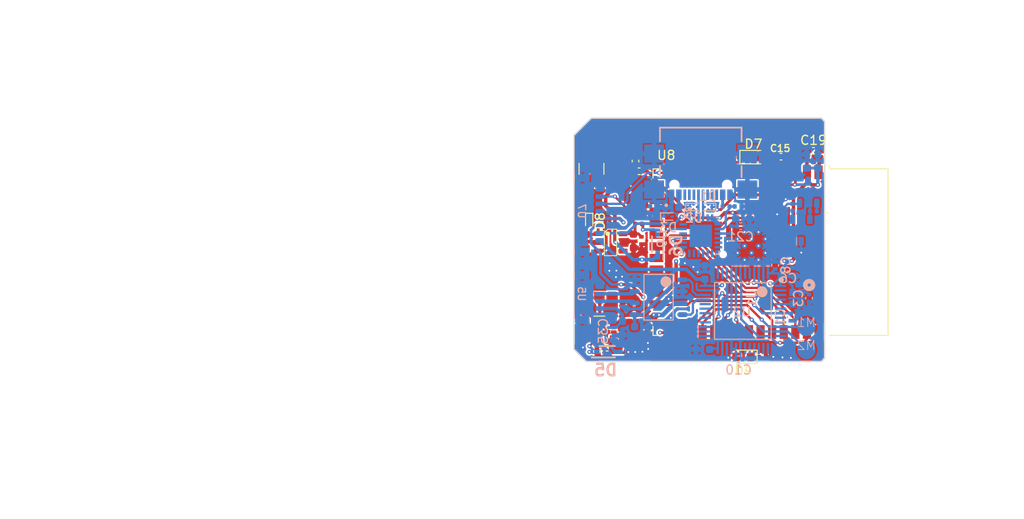
<source format=kicad_pcb>
(kicad_pcb (version 20221018) (generator pcbnew)
  (layers (0 "F.Cu" signal) (1 "In1.Cu" signal) (2 "In2.Cu" signal) (31 "B.Cu" signal) (34 "B.Paste" user) (35 "F.Paste" user) (36 "B.SilkS" user "B.Silkscreen") (37 "F.SilkS" user "F.Silkscreen") (38 "B.Mask" user) (39 "F.Mask" user) (44 "Edge.Cuts" user))
  (net 0 "")
  (net 1 "+3V3")
  (net 2 "GND")
  (net 3 "/ESP32/EN")
  (net 4 "Net-(Q1-B)")
  (net 5 "/ESP32/RTS")
  (net 6 "Net-(Q2-B)")
  (net 7 "/ESP32/DTR")
  (net 8 "/ESP32/IO0")
  (net 9 "/ESP32/CP210x_VBUS")
  (net 10 "/ESP32/TMS")
  (net 11 "/ESP32/TDI")
  (net 12 "/NRST")
  (net 13 "/+5V0")
  (net 14 "/ESP32/TCK")
  (net 15 "/ESP32/TDO")
  (net 16 "/VDD_MIXED")
  (net 17 "Net-(D7-K)")
  (net 18 "/LED")
  (net 19 "/BOOT")
  (net 22 "Net-(J1-CC1)")
  (net 23 "/D+")
  (net 24 "/D-")
  (net 25 "/ESP32/CP210x_TX")
  (net 26 "/ESP32/CP210x_RX")
  (net 27 "/VUSB")
  (net 28 "/UART2_TX")
  (net 29 "/VBAT")
  (net 30 "/UART2_RX")
  (net 31 "/SS")
  (net 32 "/SPI1_SCK")
  (net 33 "/SPI1_MISO")
  (net 34 "/SPI1_MOSI")
  (net 35 "/COS")
  (net 36 "/SIN")
  (net 37 "/ISENSE_A")
  (net 38 "/ISENSE_B")
  (net 39 "/ISENSE_C")
  (net 40 "/ENABLE")
  (net 41 "/FDCAN1_RX")
  (net 42 "/FDCAN1_TX")
  (net 43 "/SWDIO")
  (net 44 "/SWCLK")
  (net 45 "/UART1_TX")
  (net 46 "/UART1_RX")
  (net 47 "/CANL")
  (net 48 "/CANH")
  (net 49 "Net-(U11-VAUX)")
  (net 50 "Net-(U10-VAUX)")
  (net 51 "Net-(U11-L1)")
  (net 52 "Net-(D4-K)")
  (net 53 "Net-(U10-L1)")
  (net 54 "Net-(U10-L2)")
  (net 55 "Net-(U9-~{RST})")
  (net 56 "Net-(U10-PG)")
  (net 57 "Net-(U1-OUTPUT)")
  (net 104 "/PSU_TPS63070RNMR/FB")
  (net 105 "Net-(U11-L2)")
  (net 106 "/PSU_TPS63070RNMR1/FB")
  (net 107 "Net-(U11-PG)")
  (net 108 "Net-(D7-A)")
  (footprint "robot-cortex:R_0402_1005Metric" (layer "F.Cu") (at 207.7 93.99 180)
    (fp_text reference "R17" hide)
    (fp_text value "470" hide)
  )
  (footprint "robot-cortex:LED_0603_1608Metric" (layer "F.Cu") (at 208.6075 115.87 180)
    (fp_text reference "D4")
    (fp_text value "C84264")
  )
  (footprint "robot-cortex:C_0603_1608Metric" (layer "F.Cu") (at 195.06 97.48)
    (fp_text reference "C25" hide)
    (fp_text value "C386081" hide)
  )
  (footprint "robot-cortex:C_0603_1608Metric" (layer "F.Cu") (at 190.6 113.16 -90)
    (fp_text reference "C22" hide)
    (fp_text value "C386081" hide)
  )
  (footprint "robot-cortex:C_0402_1005Metric" (layer "F.Cu") (at 216.26 93.3)
    (fp_text reference "C19")
    (fp_text value "100nF")
  )
  (footprint "robot-cortex:C_0603_1608Metric" (layer "F.Cu") (at 216.21 94.14)
    (fp_text reference "C16" hide)
    (fp_text value "4.7uF" hide)
  )
  (footprint "robot-cortex:C_0603_1608Metric" (layer "F.Cu") (at 191.36 103.215 -90)
    (fp_text reference "C11" hide)
    (fp_text value "C2998534" hide)
  )
  (footprint "robot-cortex:L_1210_3225Metric" (layer "F.Cu") (at 191.95 95.27 90)
    (fp_text reference "L2" hide)
    (fp_text value "1277AS-H-1R0M=P2")
  )
  (footprint "robot-cortex:VQFN-TPS63070" (layer "F.Cu") (at 192.86 112.885 90)
    (fp_text reference "U11" hide)
    (fp_text value "TPS63070")
  )
  (footprint "robot-cortex:C_0402_1005Metric" (layer "F.Cu") (at 193.66 114.87)
    (fp_text reference "C23" hide)
    (fp_text value "100nF")
  )
  (footprint "robot-cortex:SOT-23-5" (layer "F.Cu") (at 194.03 103.335)
    (fp_text reference "U6" hide)
    (fp_text value "SPX3819M5-L-5-0" hide)
  )
  (footprint "robot-cortex:R_0402_1005Metric" (layer "F.Cu") (at 197.1 101.3 180)
    (fp_text reference "R16" hide)
    (fp_text value "0" hide)
  )
  (footprint "robot-cortex:R_0402_1005Metric" (layer "F.Cu") (at 195.11 113.25 -90)
    (fp_text reference "R13" hide)
    (fp_text value "680k" hide)
  )
  (footprint "robot-cortex:C_0603_1608Metric" (layer "F.Cu") (at 196.09 111.34 90)
    (fp_text reference "C32" hide)
    (fp_text value "C2998534" hide)
  )
  (footprint "robot-cortex:VQFN-TPS63070" (layer "F.Cu") (at 194.785 95.22 180)
    (fp_text reference "U10" hide)
    (fp_text value "TPS63070")
  )
  (footprint "robot-cortex:C_0402_1005Metric" (layer "F.Cu") (at 197.42 103.125 -90)
    (fp_text reference "C14" hide)
    (fp_text value "100nF")
  )
  (footprint "robot-cortex:D_SOD-923" (layer "F.Cu") (at 191.7 101 -90)
    (fp_text reference "D8")
    (fp_text value "ESD9B3.3ST5G")
  )
  (footprint "robot-cortex:C_0402_1005Metric" (layer "F.Cu") (at 196.77 94.42 90)
    (fp_text reference "C26" hide)
    (fp_text value "100nF")
  )
  (footprint "robot-cortex:C_0603_1608Metric" (layer "F.Cu") (at 196.08 113.8 -90)
    (fp_text reference "C33" hide)
    (fp_text value "C2998534" hide)
  )
  (footprint "robot-cortex:L_1210_3225Metric" (layer "F.Cu") (at 192.81 110.05)
    (fp_text reference "L1" hide)
    (fp_text value "1277AS-H-1R0M=P2")
  )
  (footprint "robot-cortex:C_0402_1005Metric" (layer "F.Cu") (at 193.08 101.41)
    (fp_text reference "C12" hide)
    (fp_text value "100nF")
  )
  (footprint "robot-cortex:R_0402_1005Metric" (layer "F.Cu") (at 214.18 93.94)
    (fp_text reference "R4" hide)
    (fp_text value "10k" hide)
  )
  (footprint "robot-cortex:C_0402_1005Metric" (layer "F.Cu") (at 197.17 95.54 180)
    (fp_text reference "R12" hide)
    (fp_text value "100k")
  )
  (footprint "robot-cortex:R_0402_1005Metric" (layer "F.Cu") (at 195.11 114.58 -90)
    (fp_text reference "R14" hide)
    (fp_text value "130k" hide)
  )
  (footprint "robot-cortex:ESP32-WROOM-32" (layer "F.Cu") (at 208.57 104.4 -90)
    (fp_text reference "U8")
    (fp_text value "ESP32-WROOM-32E-H4")
  )
  (footprint "robot-cortex:C_0603_1608Metric" (layer "F.Cu") (at 195.7 92)
    (fp_text reference "C30" hide)
    (fp_text value "C2998534" hide)
  )
  (footprint "robot-cortex:R_0402_1005Metric" (layer "F.Cu") (at 195.125 92.965)
    (fp_text reference "R10" hide)
    (fp_text value "470k" hide)
  )
  (footprint "robot-cortex:C_0603_1608Metric" (layer "F.Cu") (at 195.7 90.92)
    (fp_text reference "C28" hide)
    (fp_text value "C2998534" hide)
  )
  (footprint "robot-cortex:R_0402_1005Metric" (layer "F.Cu") (at 196.465 92.975)
    (fp_text reference "R11" hide)
    (fp_text value "150k" hide)
  )
  (footprint "robot-cortex:C_0603_1608Metric" (layer "F.Cu") (at 193.24 91.99 180)
    (fp_text reference "C29" hide)
    (fp_text value "C2998534" hide)
  )
  (footprint "robot-cortex:C_0603_1608Metric" (layer "F.Cu") (at 196.55 103.175 -90)
    (fp_text reference "C13" hide)
    (fp_text value "C2998534" hide)
  )
  (footprint "robot-cortex:LED_0603_1608Metric" (layer "F.Cu") (at 209.69 93.99)
    (fp_text reference "D7")
    (fp_text value "C84264")
  )
  (footprint "robot-cortex:C_0603_1608Metric" (layer "F.Cu") (at 197.16 111.34 90)
    (fp_text reference "C24" hide)
    (fp_text value "C2998534" hide)
  )
  (footprint "robot-cortex:C_0402_1005Metric" (layer "F.Cu") (at 212.71 93.94 180)
    (fp_text reference "C15")
    (fp_text value "100nF")
  )
  (footprint "robot-cortex:DF52-3S-0.8H(21)" (layer "F.Cu") (at 204.29 93.13 180)
    (fp_text reference "U4" hide)
    (fp_text value "DF52-3S-0.8H(21)" hide)
  )
  (footprint "robot-cortex:C_0402_1005Metric" (layer "F.Cu") (at 192.54 115.27 90)
    (fp_text reference "R15" hide)
    (fp_text value "100k")
  )
  (footprint "robot-cortex:R_0402_1005Metric" (layer "F.Cu") (at 210.6775 115.89294)
    (fp_text reference "R3" hide)
    (fp_text value "470" hide)
  )
  (footprint "robot-cortex:C_0603_1608Metric" (layer "F.Cu") (at 197.16 113.8 -90)
    (fp_text reference "C31" hide)
    (fp_text value "C2998534" hide)
  )
  (footprint "robot-cortex:C_0603_1608Metric" (layer "F.Cu") (at 193.24 90.92 180)
    (fp_text reference "C27" hide)
    (fp_text value "C2998534" hide)
  )
  (footprint "robot-cortex:TEARDROP" (layer "B.Cu") (at 215.49 115.114762 180)
    (fp_text reference "M2")
    (fp_text value "THRU_HOLE_PAD")
  )
  (footprint "robot-cortex:R_0402_1005Metric" (layer "B.Cu") (at 206.69 99.395 180)
    (fp_text reference "R7" hide)
    (fp_text value "22k" hide)
  )
  (footprint "robot-cortex:QFN50P400X400X80-25N" (layer "B.Cu") (at 203.92 102.61 -90)
    (fp_text reference "U9")
    (fp_text value "CP2102N-A02-GQFN24R")
  )
  (footprint "robot-cortex:C_0402_1005Metric" (layer "B.Cu") (at 208.29 101.555)
    (fp_text reference "C21")
    (fp_text value "100nF")
  )
  (footprint "robot-cortex:C_0402_1005Metric" (layer "B.Cu") (at 215.78 109.444762 -90)
    (fp_text reference "C3")
    (fp_text value "100nF")
  )
  (footprint "robot-cortex:C_0402_1005Metric" (layer "B.Cu") (at 208.06 116.134762)
    (fp_text reference "C10")
    (fp_text value "100nF")
  )
  (footprint "robot-cortex:D_SOD-923" (layer "B.Cu") (at 203.1425 99.455)
    (fp_text reference "D2")
    (fp_text value "ESD9B3.3ST5G")
  )
  (footprint "robot-cortex:C_0603_1608Metric" (layer "B.Cu") (at 216.73 94.43 90)
    (fp_text reference "C18" hide)
    (fp_text value "4.7uF" hide)
  )
  (footprint "robot-cortex:SOIC8-TLE5009" (layer "B.Cu") (at 199.3 109.34 180)
    (fp_text reference "U3" hide)
    (fp_text value "TLE9250XSJXUMA1")
  )
  (footprint "robot-cortex:C_0603_1608Metric" (layer "B.Cu") (at 197.42 112.57)
    (fp_text reference "C9" hide)
    (fp_text value "C2998534" hide)
  )
  (footprint "robot-cortex:R_0402_1005Metric" (layer "B.Cu") (at 198.36 99.745 90)
    (fp_text reference "R1" hide)
    (fp_text value "5.1k" hide)
  )
  (footprint "robot-cortex:LQFP48-STM32" (layer "B.Cu") (at 208.53 110.84 180)
    (fp_text reference "U2")
    (fp_text value "STM32G431CBT6")
  )
  (footprint "robot-cortex:DF52-4S-0.8H(21)" (layer "B.Cu") (at 192.86 109.37 90)
    (fp_text reference "U5")
    (fp_text value "DF52-4S-0.8H(21)" hide)
  )
  (footprint "robot-cortex:R_0402_1005Metric" (layer "B.Cu") (at 208.01 99.395 180)
    (fp_text reference "R8" hide)
    (fp_text value "47.5k" hide)
  )
  (footprint "robot-cortex:GCT_USB4110GFA" (layer "B.Cu") (at 203.92 97.0375)
    (fp_text reference "J1")
    (fp_text value "USB4110GFA")
  )
  (footprint "robot-cortex:SOD2512X110N" (layer "B.Cu") (at 193.67 115.31)
    (fp_text reference "D5")
    (fp_text value "NSR0530HT1G" hide)
  )
  (footprint "robot-cortex:C_0603_1608Metric" (layer "B.Cu") (at 215.52 94.44 90)
    (fp_text reference "C17" hide)
    (fp_text value "4.7uF" hide)
  )
  (footprint "robot-cortex:SOT-23-3" (layer "B.Cu") (at 214.92 102.01 -90)
    (fp_text reference "Q2" hide)
    (fp_text value "SS8050-G" hide)
  )
  (footprint "robot-cortex:SOT-23-3" (layer "B.Cu") (at 215.69 97.83 90)
    (fp_text reference "Q1" hide)
    (fp_text value "SS8050-G" hide)
  )
  (footprint "robot-cortex:C_0402_1005Metric" (layer "B.Cu") (at 213.78 111.514762 -90)
    (fp_text reference "C1")
    (fp_text value "100nF")
  )
  (footprint "robot-cortex:TEARDROP" (layer "B.Cu") (at 215.49 112.594762 180)
    (fp_text reference "M1")
    (fp_text value "THRU_HOLE_PAD")
  )
  (footprint "robot-cortex:R_0402_1005Metric" (layer "B.Cu") (at 213.97 99.48 -90)
    (fp_text reference "R5" hide)
    (fp_text value "10k" hide)
  )
  (footprint "robot-cortex:C_0402_1005Metric" (layer "B.Cu") (at 212.07 105.85 90)
    (fp_text reference "C8")
    (fp_text value "100nF")
  )
  (footprint "robot-cortex:C_0603_1608Metric" (layer "B.Cu") (at 200.77 99.475 180)
    (fp_text reference "C4" hide)
    (fp_text value "4.7uF" hide)
  )
  (footprint "robot-cortex:D_SOD-923" (layer "B.Cu") (at 204.7125 99.455 180)
    (fp_text reference "D1")
    (fp_text value "ESD9B3.3ST5G")
  )
  (footprint "robot-cortex:C_0402_1005Metric" (layer "B.Cu") (at 194.4 113.06 -90)
    (fp_text reference "C35")
    (fp_text value "100nF")
  )
  (footprint "robot-cortex:R_0402_1005Metric" (layer "B.Cu") (at 207.27 101.93 90)
    (fp_text reference "R9" hide)
    (fp_text value "1k" hide)
  )
  (footprint "robot-cortex:C_0603_1608Metric" (layer "B.Cu") (at 208.5 100.74)
    (fp_text reference "C20" hide)
    (fp_text value "4.7uF" hide)
  )
  (footprint "robot-cortex:C_0402_1005Metric" (layer "B.Cu") (at 213.5 106.114762)
    (fp_text reference "C6")
    (fp_text value "100nF")
  )
  (footprint "robot-cortex:ECS-1633-480-BN-TR" (layer "B.Cu") (at 214.47 109.444762 -90)
    (fp_text reference "U1")
    (fp_text value "C2901617")
  )
  (footprint "robot-cortex:C_0603_1608Metric" (layer "B.Cu") (at 204.14 115.05 180)
    (fp_text reference "C7" hide)
    (fp_text value "C2998534" hide)
  )
  (footprint "robot-cortex:C_0603_1608Metric" (layer "B.Cu") (at 213.49 107.035)
    (fp_text reference "C2" hide)
    (fp_text value "C2998534" hide)
  )
  (footprint "robot-cortex:D_SOD-923" (layer "B.Cu") (at 200.37 100.5)
    (fp_text reference "D3")
    (fp_text value "ESD9B3.3ST5G")
  )
  (footprint "robot-cortex:DF52-8S-0.8H(21)" (layer "B.Cu") (at 192.88 100.31 90)
    (fp_text reference "U7")
    (fp_text value "DF52-5S-0.8H(21)" hide)
  )
  (footprint "robot-cortex:SOD2512X110N" (layer "B.Cu") (at 199.2 103.51 90)
    (fp_text reference "D6")
    (fp_text value "NSR0530HT1G" hide)
  )
  (footprint "robot-cortex:C_0603_1608Metric" (layer "B.Cu") (at 204.37 106.6 90)
    (fp_text reference "C5" hide)
    (fp_text value "C2998534" hide)
  )
  (footprint "robot-cortex:R_0402_1005Metric" (layer "B.Cu") (at 216.26 99.91)
    (fp_text reference "R6" hide)
    (fp_text value "10k" hide)
  )
  (footprint "robot-cortex:C_0603_1608Metric" (layer "B.Cu") (at 195.33 112.72 -90)
    (fp_text reference "C34" hide)
    (fp_text value "C2998534" hide)
  )
  (gr_line (start 191.91 89.7) (end 190.02 91.59) (stroke (width 0.1)) (layer "Edge.Cuts"))
  (gr_line (start 217.16 116.39) (end 217.5 116) (stroke (width 0.1)) (layer "Edge.Cuts"))
  (gr_line (start 217.16 89.7) (end 191.91 89.7) (stroke (width 0.1)) (layer "Edge.Cuts"))
  (gr_line (start 191.36 116.39) (end 217.16 116.39) (stroke (width 0.1)) (layer "Edge.Cuts"))
  (gr_line (start 190.02 115.05) (end 191.36 116.39) (stroke (width 0.1)) (layer "Edge.Cuts"))
  (gr_line (start 217.16 89.7) (end 217.5 90.1) (stroke (width 0.1)) (layer "Edge.Cuts"))
  (gr_line (start 190.02 91.59) (end 190.02 115.05) (stroke (width 0.1)) (layer "Edge.Cuts"))
  (gr_line (start 217.5 90.1) (end 217.5 116) (stroke (width 0.1)) (layer "Edge.Cuts"))
  (segment (start 215.55 95.65) (end 215.55 94.23) (width 0.381) (layer "F.Cu") (net 1))
  (segment (start 214.08 105.19) (end 213.9 105.37) (width 0.381) (layer "F.Cu") (net 1))
  (segment (start 216.05 97.03) (end 215.55 96.53) (width 0.381) (layer "F.Cu") (net 1))
  (segment (start 215.055 97.295) (end 214.43 97.92) (width 0.381) (layer "F.Cu") (net 1))
  (segment (start 214.555 93.94) (end 215.26 93.94) (width 0.3048) (layer "F.Cu") (net 1))
  (segment (start 198.07 95.54) (end 203.17 100.64) (width 0.3048) (layer "F.Cu") (net 1))
  (segment (start 215.55 94.23) (end 215.46 94.14) (width 0.381) (layer "F.Cu") (net 1))
  (segment (start 197.57 95.54) (end 198.07 95.54) (width 0.3048) (layer "F.Cu") (net 1))
  (segment (start 203.17 100.64) (end 206 100.64) (width 0.3048) (layer "F.Cu") (net 1))
  (segment (start 215.26 93.94) (end 215.46 94.14) (width 0.3048) (layer "F.Cu") (net 1))
  (segment (start 213.08 105.37) (end 213.9 105.37) (width 0.381) (layer "F.Cu") (net 1))
  (segment (start 207.93 100.0785) (end 207.410803 100.0785) (width 0.381) (layer "F.Cu") (net 1))
  (segment (start 215.55 95.65) (end 215.55 96.8) (width 0.381) (layer "F.Cu") (net 1))
  (segment (start 215.46 94.14) (end 215.46 93.7) (width 0.3048) (layer "F.Cu") (net 1))
  (segment (start 215.46 93.7) (end 215.86 93.3) (width 0.3048) (layer "F.Cu") (net 1))
  (segment (start 214.08 98.27) (end 214.08 105.19) (width 0.381) (layer "F.Cu") (net 1))
  (segment (start 216.75 97.03) (end 216.05 97.03) (width 0.381) (layer "F.Cu") (net 1))
  (segment (start 215.55 96.53) (end 215.55 95.65) (width 0.381) (layer "F.Cu") (net 1))
  (segment (start 208.41 100.0785) (end 207.93 100.0785) (width 0.381) (layer "F.Cu") (net 1))
  (segment (start 212.93 97.92) (end 210.7715 100.0785) (width 0.381) (layer "F.Cu") (net 1))
  (segment (start 215.55 96.8) (end 214.08 98.27) (width 0.381) (layer "F.Cu") (net 1))
  (segment (start 207.93 100.0785) (end 206.5615 100.0785) (width 0.381) (layer "F.Cu") (net 1))
  (segment (start 206.5615 100.0785) (end 206 100.64) (width 0.381) (layer "F.Cu") (net 1))
  (segment (start 214.43 97.92) (end 212.93 97.92) (width 0.381) (layer "F.Cu") (net 1))
  (segment (start 210.7715 100.0785) (end 208.41 100.0785) (width 0.381) (layer "F.Cu") (net 1))
  (via (at 206 100.64) (size 0.45) (drill 0.2) (layers "F.Cu" "B.Cu") (net 1))
  (via (at 206.26 108.02) (size 0.45) (drill 0.2) (layers "F.Cu" "B.Cu") (net 1))
  (via (at 216.75 97.03) (size 0.45) (drill 0.2) (layers "F.Cu" "B.Cu") (net 1))
  (via (at 207.410803 100.0785) (size 0.45) (drill 0.2) (layers "F.Cu" "B.Cu") (net 1))
  (via (at 213.08 105.37) (size 0.45) (drill 0.2) (layers "F.Cu" "B.Cu") (net 1))
  (via (at 213.9 105.37) (size 0.45) (drill 0.2) (layers "F.Cu" "B.Cu") (net 1))
  (via (at 211.53 107.84) (size 0.45) (drill 0.2) (layers "F.Cu" "B.Cu") (net 1))
  (segment (start 201.77 106.28) (end 202.35 106.28) (width 0.381) (layer "B.Cu") (net 1))
  (segment (start 207.27 101.555) (end 207.89 101.555) (width 0.254) (layer "B.Cu") (net 1))
  (segment (start 200.62 108.2) (end 200.62 106.91) (width 0.381) (layer "B.Cu") (net 1))
  (segment (start 212.655 107.12) (end 212.74 107.035) (width 0.254) (layer "B.Cu") (net 1))
  (segment (start 203.42 107.35) (end 204.37 107.35) (width 0.381) (layer "B.Cu") (net 1))
  (segment (start 214.97 108.794762) (end 215.53 108.794762) (width 0.254) (layer "B.Cu") (net 1))
  (segment (start 204.67 100.675) (end 205.17 100.675) (width 0.254) (layer "B.Cu") (net 1))
  (segment (start 207.28 113.9) (end 207.15 113.77) (width 0.254) (layer "B.Cu") (net 1))
  (segment (start 207.89 100.88) (end 207.75 100.74) (width 0.254) (layer "B.Cu") (net 1))
  (segment (start 205.17 100.675) (end 205.965 100.675) (width 0.254) (layer "B.Cu") (net 1))
  (segment (start 202.35 106.28) (end 203.42 107.35) (width 0.381) (layer "B.Cu") (net 1))
  (segment (start 205.78 113.9) (end 205.78 114.965) (width 0.254) (layer "B.Cu") (net 1))
  (segment (start 212.42 106.715) (end 212.74 107.035) (width 0.254) (layer "B.Cu") (net 1))
  (segment (start 196.675 112.565) (end 196.675 111.245) (width 0.381) (layer "B.Cu") (net 1))
  (segment (start 216.75 95.2) (end 216.73 95.18) (width 0.381) (layer "B.Cu") (net 1))
  (segment (start 212.855 107.035) (end 212.74 107.035) (width 0.254) (layer "B.Cu") (net 1))
  (segment (start 207.28 114.965) (end 207.28 113.9) (width 0.254) (layer "B.Cu") (net 1))
  (segment (start 205.17 100.675) (end 205.855 101.36) (width 0.254) (layer "B.Cu") (net 1))
  (segment (start 211.53 107.84) (end 211.935 107.84) (width 0.254) (layer "B.Cu") (net 1))
  (segment (start 205.91 113.77) (end 205.78 113.9) (width 0.254) (layer "B.Cu") (net 1))
  (segment (start 204.405 107.385) (end 204.37 107.35) (width 0.254) (layer "B.Cu") (net 1))
  (segment (start 207.28 114.965) (end 207.78 114.965) (width 0.254) (layer "B.Cu") (net 1))
  (segment (start 204.975 114.965) (end 204.89 115.05) (width 0.254) (layer "B.Cu") (net 1))
  (segment (start 207.78 114.965) (end 207.78 116.014762) (width 0.254) (layer "B.Cu") (net 1))
  (segment (start 204.405 108.09) (end 206.19 108.09) (width 0.254) (layer "B.Cu") (net 1))
  (segment (start 196.67 112.57) (end 196.675 112.565) (width 0.381) (layer "B.Cu") (net 1))
  (segment (start 197.575 111.245) (end 200.62 108.2) (width 0.381) (layer "B.Cu") (net 1))
  (segment (start 216.75 97.03) (end 216.75 95.2) (width 0.381) (layer "B.Cu") (net 1))
  (segment (start 213.97 108.794762) (end 214.97 108.794762) (width 0.254) (layer "B.Cu") (net 1))
  (segment (start 207.78 116.014762) (end 207.66 116.134762) (width 0.254) (layer "B.Cu") (net 1))
  (segment (start 196.675 111.245) (end 197.575 111.245) (width 0.381) (layer "B.Cu") (net 1))
  (segment (start 213.97 108.794762) (end 213.97 108.15) (width 0.254) (layer "B.Cu") (net 1))
  (segment (start 205.965 100.675) (end 206 100.64) (width 0.254) (layer "B.Cu") (net 1))
  (segment (start 207.410803 100.0785) (end 207.75 100.417697) (width 0.254) (layer "B.Cu") (net 1))
  (segment (start 207.75 100.417697) (end 207.75 100.74) (width 0.254) (layer "B.Cu") (net 1))
  (segment (start 196.05 106.28) (end 192.88 103.11) (width 0.381) (layer "B.Cu") (net 1))
  (segment (start 200.62 106.91) (end 201.25 106.28) (width 0.381) (layer "B.Cu") (net 1))
  (segment (start 206.19 108.09) (end 206.26 108.02) (width 0.254) (layer "B.Cu") (net 1))
  (segment (start 211.28 106.715) (end 212.42 106.715) (width 0.254) (layer "B.Cu") (net 1))
  (segment (start 211.28 106.715) (end 211.605 106.715) (width 0.254) (layer "B.Cu") (net 1))
  (segment (start 212.74 106.287156) (end 212.74 107.035) (width 0.381) (layer "B.Cu") (net 1))
  (segment (start 211.605 106.715) (end 212.07 106.25) (width 0.254) (layer "B.Cu") (net 1))
  (segment (start 216.72 95.19) (end 216.73 95.18) (width 0.3048) (layer "B.Cu") (net 1))
  (segment (start 215.53 108.794762) (end 215.78 109.044762) (width 0.254) (layer "B.Cu") (net 1))
  (segment (start 213.97 108.15) (end 212.855 107.035) (width 0.254) (layer "B.Cu") (net 1))
  (segment (start 205.78 114.965) (end 204.975 114.965) (width 0.254) (layer "B.Cu") (net 1))
  (segment (start 212.74 107.035) (end 212.74 106.474762) (width 0.254) (layer "B.Cu") (net 1))
  (segment (start 201.25 106.28) (end 201.77 106.28) (width 0.381) (layer "B.Cu") (net 1))
  (segment (start 207.89 101.555) (end 207.89 100.88) (width 0.254) (layer "B.Cu") (net 1))
  (segment (start 213.657156 105.37) (end 212.74 106.287156) (width 0.381) (layer "B.Cu") (net 1))
  (segment (start 204.405 108.09) (end 204.405 107.385) (width 0.254) (layer "B.Cu") (net 1))
  (segment (start 201.77 106.28) (end 196.05 106.28) (width 0.381) (layer "B.Cu") (net 1))
  (segment (start 212.655 108.09) (end 212.655 107.12) (width 0.254) (layer "B.Cu") (net 1))
  (segment (start 212.74 106.474762) (end 213.1 106.114762) (width 0.254) (layer "B.Cu") (net 1))
  (segment (start 213.9 105.37) (end 213.08 105.37) (width 0.381) (layer "B.Cu") (net 1))
  (segment (start 211.935 107.84) (end 212.74 107.035) (width 0.254) (layer "B.Cu") (net 1))
  (segment (start 207.15 113.77) (end 205.91 113.77) (width 0.254) (layer "B.Cu") (net 1))
  (segment (start 215.52 95.19) (end 216.72 95.19) (width 0.3048) (layer "B.Cu") (net 1))
  (segment (start 213.9 105.37) (end 213.657156 105.37) (width 0.381) (layer "B.Cu") (net 1))
  (via (at 200.84 109.13) (size 0.45) (drill 0.2) (layers "F.Cu" "B.Cu") (net 2))
  (via (at 195.99 115.34) (size 0.45) (drill 0.2) (layers "F.Cu" "B.Cu") (net 2))
  (via (at 203.11 106.02) (size 0.45) (drill 0.2) (layers "F.Cu" "B.Cu") (net 2))
  (via (at 193.91 106.44) (size 0.45) (drill 0.2) (layers "F.Cu" "B.Cu") (net 2))
  (via (at 194.68 106.42) (size 0.45) (drill 0.2) (layers "F.Cu" "B.Cu") (net 2))
  (via (at 198.13 114.35) (size 0.45) (drill 0.2) (layers "F.Cu" "B.Cu") (net 2))
  (via (at 200.4 109.52) (size 0.45) (drill 0.2) (layers "F.Cu" "B.Cu") (net 2))
  (via (at 193.94 105.62) (size 0.45) (drill 0.2) (layers "F.Cu" "B.Cu") (net 2))
  (via (at 198.16 115) (size 0.45) (drill 0.2) (layers "F.Cu" "B.Cu") (net 2))
  (via (at 203.58 106.58) (size 0.45) (drill 0.2) (layers "F.Cu" "B.Cu") (net 2))
  (via (at 202.18 105.61) (size 0.45) (drill 0.2) (layers "F.Cu" "B.Cu") (net 2))
  (via (at 194.63 107.13) (size 0.45) (drill 0.2) (layers "F.Cu" "B.Cu") (net 2))
  (via (at 211.87 115.87) (size 0.45) (drill 0.2) (layers "F.Cu" "B.Cu") (net 2))
  (via (at 197.53 115.31) (size 0.45) (drill 0.2) (layers "F.Cu" "B.Cu") (net 2))
  (via (at 213.79 115.98) (size 0.45) (drill 0.2) (layers "F.Cu" "B.Cu") (net 2))
  (via (at 212.87 115.93) (size 0.45) (drill 0.2) (layers "F.Cu" "B.Cu") (net 2))
  (via (at 196.74 115.34) (size 0.45) (drill 0.2) (layers "F.Cu" "B.Cu") (net 2))
  (via (at 195.3 107.08) (size 0.45) (drill 0.2) (layers "F.Cu" "B.Cu") (net 2))
  (via (at 191.02 114.84) (size 0.45) (drill 0.2) (layers "F.Cu" "B.Cu") (net 2))
  (segment (start 203.17 100.675) (end 203.17 101.86) (width 0.254) (layer "B.Cu") (net 2))
  (segment (start 203.17 101.86) (end 203.92 102.61) (width 0.254) (layer "B.Cu") (net 2))
  (segment (start 208.264081 115.938843) (end 208.46 116.134762) (width 0.254) (layer "B.Cu") (net 2))
  (segment (start 208.264081 114.965) (end 208.264081 115.938843) (width 0.254) (layer "B.Cu") (net 2))
  (segment (start 207.73 98.12) (end 211.5 98.12) (width 0.3048) (layer "F.Cu") (net 3))
  (segment (start 211.5 98.12) (end 212.61 97.01) (width 0.3048) (layer "F.Cu") (net 3))
  (segment (start 213.805 94.19) (end 214.28 94.665) (width 0.3048) (layer "F.Cu") (net 3))
  (segment (start 206.104674 99.745326) (end 207.73 98.12) (width 0.3048) (layer "F.Cu") (net 3))
  (segment (start 212.61 97.01) (end 214.22 97.01) (width 0.3048) (layer "F.Cu") (net 3))
  (segment (start 214.28 96.95) (end 214.22 97.01) (width 0.3048) (layer "F.Cu") (net 3))
  (segment (start 213.11 93.94) (end 213.805 93.94) (width 0.3048) (layer "F.Cu") (net 3))
  (segment (start 213.805 93.94) (end 213.805 94.19) (width 0.3048) (layer "F.Cu") (net 3))
  (segment (start 205.709491 99.745326) (end 206.104674 99.745326) (width 0.3048) (layer "F.Cu") (net 3))
  (segment (start 214.28 95.65) (end 214.28 96.95) (width 0.3048) (layer "F.Cu") (net 3))
  (segment (start 214.28 94.665) (end 214.28 95.65) (width 0.3048) (layer "F.Cu") (net 3))
  (via (at 214.22 97.01) (size 0.45) (drill 0.2) (layers "F.Cu" "B.Cu") (net 3))
  (via (at 205.709491 99.745326) (size 0.45) (drill 0.2) (layers "F.Cu" "B.Cu") (net 3))
  (via (at 201.82 100.51) (size 0.45) (drill 0.2) (layers "F.Cu" "B.Cu") (net 3))
  (segment (start 201.0312 101.27) (end 196.9 101.27) (width 0.3048) (layer "B.Cu") (net 3))
  (segment (start 215.31 97.01) (end 215.69 96.63) (width 0.3048) (layer "B.Cu") (net 3))
  (segment (start 201.7912 100.51) (end 201.0312 101.27) (width 0.3048) (layer "B.Cu") (net 3))
  (segment (start 195.86 102.31) (end 192.88 102.31) (width 0.3048) (layer "B.Cu") (net 3))
  (segment (start 214.22 97.01) (end 215.31 97.01) (width 0.3048) (layer "B.Cu") (net 3))
  (segment (start 196.9 101.27) (end 195.86 102.31) (width 0.3048) (layer "B.Cu") (net 3))
  (segment (start 201.82 100.51) (end 201.7912 100.51) (width 0.3048) (layer "B.Cu") (net 3))
  (segment (start 216.635 99.035) (end 216.64 99.03) (width 0.254) (layer "B.Cu") (net 4))
  (segment (start 216.635 99.91) (end 216.635 99.035) (width 0.254) (layer "B.Cu") (net 4))
  (segment (start 212.293944 100.253944) (end 211.387888 101.16) (width 0.254) (layer "F.Cu") (net 5))
  (segment (start 206.84 101.69755) (end 206.84 103.2) (width 0.254) (layer "F.Cu") (net 5))
  (segment (start 207.37755 101.16) (end 206.84 101.69755) (width 0.254) (layer "F.Cu") (net 5))
  (segment (start 211.387888 101.16) (end 207.37755 101.16) (width 0.254) (layer "F.Cu") (net 5))
  (via (at 206.84 103.2) (size 0.45) (drill 0.2) (layers "F.Cu" "B.Cu") (net 5))
  (via (at 201.82 104.63) (size 0.45) (drill 0.2) (layers "F.Cu" "B.Cu") (net 5))
  (via (at 212.293944 100.253944) (size 0.45) (drill 0.2) (layers "F.Cu" "B.Cu") (net 5))
  (segment (start 212.293944 100.253944) (end 213.442888 99.105) (width 0.254) (layer "B.Cu") (net 5))
  (segment (start 201.985 103.86) (end 201.985 104.465) (width 0.254) (layer "B.Cu") (net 5))
  (segment (start 213.97 99.105) (end 214.665 99.105) (width 0.254) (layer "B.Cu") (net 5))
  (segment (start 214.665 99.105) (end 214.74 99.03) (width 0.254) (layer "B.Cu") (net 5))
  (segment (start 213.442888 99.105) (end 213.97 99.105) (width 0.254) (layer "B.Cu") (net 5))
  (segment (start 201.985 104.465) (end 201.82 104.63) (width 0.254) (layer "B.Cu") (net 5))
  (segment (start 213.97 99.855) (end 213.97 100.81) (width 0.254) (layer "B.Cu") (net 6))
  (segment (start 200.587034 101.58) (end 206.06 101.58) (width 0.254) (layer "F.Cu") (net 7))
  (segment (start 206.98 100.66) (end 211.107948 100.66) (width 0.254) (layer "F.Cu") (net 7))
  (segment (start 213.169535 98.598413) (end 213.224891 98.598413) (width 0.254) (layer "F.Cu") (net 7))
  (segment (start 200.320134 101.8469) (end 200.587034 101.58) (width 0.254) (layer "F.Cu") (net 7))
  (segment (start 206.06 101.58) (end 206.98 100.66) (width 0.254) (layer "F.Cu") (net 7))
  (segment (start 211.107948 100.66) (end 213.169535 98.598413) (width 0.254) (layer "F.Cu") (net 7))
  (via (at 213.224891 98.598413) (size 0.45) (drill 0.2) (layers "F.Cu" "B.Cu") (net 7))
  (via (at 200.320134 101.8469) (size 0.45) (drill 0.2) (layers "F.Cu" "B.Cu") (net 7))
  (segment (start 215.885 99.91) (end 215.885 100.795) (width 0.254) (layer "B.Cu") (net 7))
  (segment (start 213.903304 97.92) (end 215.13 97.92) (width 0.254) (layer "B.Cu") (net 7))
  (segment (start 215.885 100.795) (end 215.87 100.81) (width 0.254) (layer "B.Cu") (net 7))
  (segment (start 215.13 97.92) (end 215.885 98.675) (width 0.254) (layer "B.Cu") (net 7))
  (segment (start 215.885 98.675) (end 215.885 99.91) (width 0.254) (layer "B.Cu") (net 7))
  (segment (start 213.224891 98.598413) (end 213.903304 97.92) (width 0.254) (layer "B.Cu") (net 7))
  (segment (start 200.333234 101.86) (end 201.985 101.86) (width 0.254) (layer "B.Cu") (net 7))
  (segment (start 200.320134 101.8469) (end 200.333234 101.86) (width 0.254) (layer "B.Cu") (net 7))
  (segment (start 200.24 113.22) (end 200.31 113.15) (width 0.3048) (layer "F.Cu") (net 8))
  (segment (start 214.03 106.44) (end 214.93 105.54) (width 0.254) (layer "F.Cu") (net 8))
  (segment (start 214.93 105.54) (end 214.93 104.45) (width 0.254) (layer "F.Cu") (net 8))
  (segment (start 196.24 107.94) (end 197.62 109.32) (width 0.3048) (layer "F.Cu") (net 8))
  (segment (start 200.31 113.15) (end 200.31 111.92) (width 0.3048) (layer "F.Cu") (net 8))
  (segment (start 200.31 111.92) (end 200.64 111.59) (width 0.3048) (layer "F.Cu") (net 8))
  (segment (start 209.66 106.44) (end 214.03 106.44) (width 0.254) (layer "F.Cu") (net 8))
  (segment (start 209.020419 107.730823) (end 209.020419 107.079581) (width 0.254) (layer "F.Cu") (net 8))
  (segment (start 209.020419 107.079581) (end 209.66 106.44) (width 0.254) (layer "F.Cu") (net 8))
  (segment (start 199.46 113.22) (end 200.24 113.22) (width 0.3048) (layer "F.Cu") (net 8))
  (segment (start 195.2 107.94) (end 196.24 107.94) (width 0.3048) (layer "F.Cu") (net 8))
  (via (at 199.46 113.22) (size 0.45) (drill 0.2) (layers "F.Cu" "B.Cu") (net 8))
  (via (at 195.2 107.94) (size 0.45) (drill 0.2) (layers "F.Cu" "B.Cu") (net 8))
  (via (at 197.62 109.32) (size 0.45) (drill 0.2) (layers "F.Cu" "B.Cu") (net 8))
  (via (at 214.93 104.45) (size 0.45) (drill 0.2) (layers "F.Cu" "B.Cu") (net 8))
  (via (at 200.64 111.59) (size 0.45) (drill 0.2) (layers "F.Cu" "B.Cu") (net 8))
  (via (at 209.020419 107.730823) (size 0.45) (drill 0.2) (layers "F.Cu" "B.Cu") (net 8))
  (segment (start 191.9 103.44) (end 192.95 104.49) (width 0.3048) (layer "B.Cu") (net 8))
  (segment (start 214.92 104.44) (end 214.93 104.45) (width 0.254) (layer "B.Cu") (net 8))
  (segment (start 192.37 101.51) (end 191.9 101.98) (width 0.3048) (layer "B.Cu") (net 8))
  (segment (start 192.95 104.49) (end 192.95 106.74) (width 0.3048) (layer "B.Cu") (net 8))
  (segment (start 194.15 107.94) (end 195.2 107.94) (width 0.3048) (layer "B.Cu") (net 8))
  (segment (start 192.88 101.51) (end 192.37 101.51) (width 0.3048) (layer "B.Cu") (net 8))
  (segment (start 214.92 103.21) (end 214.92 104.44) (width 0.254) (layer "B.Cu") (net 8))
  (segment (start 192.95 106.74) (end 194.15 107.94) (width 0.3048) (layer "B.Cu") (net 8))
  (segment (start 191.9 101.98) (end 191.9 103.44) (width 0.3048) (layer "B.Cu") (net 8))
  (segment (start 206.66 101.562878) (end 206.66 100.05) (width 0.254) (layer "B.Cu") (net 9))
  (segment (start 205.855 101.86) (end 206.362878 101.86) (width 0.254) (layer "B.Cu") (net 9))
  (segment (start 207.635 99.395) (end 207.065 99.395) (width 0.254) (layer "B.Cu") (net 9))
  (segment (start 207.065 99.645) (end 207.065 99.395) (width 0.254) (layer "B.Cu") (net 9))
  (segment (start 206.66 100.05) (end 207.065 99.645) (width 0.254) (layer "B.Cu") (net 9))
  (segment (start 206.362878 101.86) (end 206.66 101.562878) (width 0.254) (layer "B.Cu") (net 9))
  (segment (start 199.34 95.71) (end 200.25 95.71) (width 0.254) (layer "F.Cu") (net 11))
  (segment (start 200.25 95.71) (end 200.31 95.65) (width 0.254) (layer "F.Cu") (net 11))
  (via (at 199.34 95.71) (size 0.45) (drill 0.2) (layers "F.Cu" "B.Cu") (net 11))
  (segment (start 198.08505 95.71) (end 199.34 95.71) (width 0.254) (layer "B.Cu") (net 11))
  (segment (start 192.88 99.11) (end 195.5 99.11) (width 0.254) (layer "B.Cu") (net 11))
  (segment (start 195.5 99.11) (end 195.88 98.73) (width 0.254) (layer "B.Cu") (net 11))
  (segment (start 195.88 97.91505) (end 198.08505 95.71) (width 0.254) (layer "B.Cu") (net 11))
  (segment (start 195.88 98.73) (end 195.88 97.91505) (width 0.254) (layer "B.Cu") (net 11))
  (segment (start 199.11 110.17) (end 199.06 110.12) (width 0.254) (layer "F.Cu") (net 12))
  (segment (start 202.47 110.17) (end 199.11 110.17) (width 0.254) (layer "F.Cu") (net 12))
  (segment (start 209.32594 109.746) (end 202.894 109.746) (width 0.254) (layer "F.Cu") (net 12))
  (segment (start 202.894 109.746) (end 202.47 110.17) (width 0.254) (layer "F.Cu") (net 12))
  (segment (start 209.78497 110.20503) (end 209.32594 109.746) (width 0.254) (layer "F.Cu") (net 12))
  (via (at 209.78497 110.20503) (size 0.45) (drill 0.2) (layers "F.Cu" "B.Cu") (net 12))
  (segment (start 213.755238 111.09) (end 213.78 111.114762) (width 0.254) (layer "B.Cu") (net 12))
  (segment (start 212.655 111.09) (end 210.66994 111.09) (width 0.254) (layer "B.Cu") (net 12))
  (segment (start 212.655 111.09) (end 213.755238 111.09) (width 0.254) (layer "B.Cu") (net 12))
  (segment (start 210.66994 111.09) (end 209.78497 110.20503) (width 0.254) (layer "B.Cu") (net 12))
  (segment (start 212.655 111.09) (end 211.49 111.09) (width 0.254) (layer "B.Cu") (net 12))
  (segment (start 193.06 115.91) (end 195.743433 115.91) (width 0.3048) (layer "F.Cu") (net 13))
  (segment (start 197.08 102.385) (end 197.42 102.725) (width 0.3048) (layer "F.Cu") (net 13))
  (segment (start 195.743433 115.91) (end 195.750833 115.9174) (width 0.3048) (layer "F.Cu") (net 13))
  (segment (start 197.94 112.09) (end 198.77 111.26) (width 0.508) (layer "F.Cu") (net 13))
  (segment (start 195.750833 115.9174) (end 198.0626 115.9174) (width 0.3048) (layer "F.Cu") (net 13))
  (segment (start 192.82 115.67) (end 193.06 115.91) (width 0.3048) (layer "F.Cu") (net 13))
  (segment (start 198.0626 115.9174) (end 198.8 115.18) (width 0.3048) (layer "F.Cu") (net 13))
  (segment (start 196.725 102.25) (end 196.55 102.425) (width 0.3048) (layer "F.Cu") (net 13))
  (segment (start 198.8 115.18) (end 198.8 111.82) (width 0.3048) (layer "F.Cu") (net 13))
  (segment (start 196.725 101.3) (end 196.725 102.25) (width 0.3048) (layer "F.Cu") (net 13))
  (segment (start 198.8 111.82) (end 199.35 111.27) (width 0.3048) (layer "F.Cu") (net 13))
  (segment (start 197.16 112.09) (end 197.94 112.09) (width 0.508) (layer "F.Cu") (net 13))
  (segment (start 199.34 111.26) (end 199.35 111.27) (width 0.508) (layer "F.Cu") (net 13))
  (segment (start 195.405 102.385) (end 197.08 102.385) (width 0.3048) (layer "F.Cu") (net 13))
  (segment (start 192.54 115.67) (end 192.82 115.67) (width 0.3048) (layer "F.Cu") (net 13))
  (segment (start 198.77 111.26) (end 199.34 111.26) (width 0.508) (layer "F.Cu") (net 13))
  (via (at 199.35 111.27) (size 0.45) (drill 0.2) (layers "F.Cu" "B.Cu") (net 13))
  (via (at 198.77 111.26) (size 0.45) (drill 0.2) (layers "F.Cu" "B.Cu") (net 13))
  (segment (start 201.925 109.975) (end 201.065 109.975) (width 0.508) (layer "B.Cu") (net 13))
  (segment (start 199.76 111.28) (end 198.78 111.28) (width 0.508) (layer "B.Cu") (net 13))
  (segment (start 201.065 109.975) (end 199.76 111.28) (width 0.508) (layer "B.Cu") (net 13))
  (segment (start 194.51 98.31) (end 196.16 99.96) (width 0.254) (layer "F.Cu") (net 14))
  (segment (start 196.16 99.96) (end 199.06 99.96) (width 0.254) (layer "F.Cu") (net 14))
  (via (at 194.51 98.31) (size 0.45) (drill 0.2) (layers "F.Cu" "B.Cu") (net 14))
  (segment (start 194.51 98.31) (end 192.88 98.31) (width 0.254) (layer "B.Cu") (net 14))
  (segment (start 201.22 107.71) (end 200.08 108.85) (width 0.381) (layer "F.Cu") (net 15))
  (segment (start 200.08 108.85) (end 199.06 108.85) (width 0.381) (layer "F.Cu") (net 15))
  (segment (start 201.22 105.4) (end 201.22 107.71) (width 0.381) (layer "F.Cu") (net 15))
  (via (at 195.46 101.13) (size 0.45) (drill 0.2) (layers "F.Cu" "B.Cu") (net 15))
  (via (at 201.22 105.4) (size 0.45) (drill 0.2) (layers "F.Cu" "B.Cu") (net 15))
  (segment (start 195.04 100.71) (end 195.46 101.13) (width 0.381) (layer "B.Cu") (net 15))
  (segment (start 192.88 100.71) (end 195.04 100.71) (width 0.381) (layer "B.Cu") (net 15))
  (segment (start 194.58 103.31) (end 194.5145 103.2445) (width 0.381) (layer "F.Cu") (net 16))
  (segment (start 192.11 114.31) (end 191.72 114.7) (width 0.254) (layer "F.Cu") (net 16))
  (segment (start 195.035 96.62) (end 194.035 96.62) (width 0.254) (layer "F.Cu") (net 16))
  (segment (start 195.935 95.97) (end 195.334164 95.97) (width 0.254) (layer "F.Cu") (net 16))
  (segment (start 193.51 98.28) (end 194.31 97.48) (width 0.381) (layer "F.Cu") (net 16))
  (segment (start 194.5145 100.3445) (end 193.51 99.34) (width 0.381) (layer "F.Cu") (net 16))
  (segment (start 192.11 114.035) (end 192.11 114.31) (width 0.254) (layer "F.Cu") (net 16))
  (segment (start 191.46 113.135) (end 191.46 112.135) (width 0.254) (layer "F.Cu") (net 16))
  (segment (start 195.035 96.269164) (end 195.035 96.62) (width 0.254) (layer "F.Cu") (net 16))
  (segment (start 192.11 114.035) (end 192.11 113.434164) (width 0.254) (layer "F.Cu") (net 16))
  (segment (start 192.11 113.434164) (end 191.810836 113.135) (width 0.254) (layer "F.Cu") (net 16))
  (segment (start 194.5145 103.2445) (end 194.5145 100.3445) (width 0.381) (layer "F.Cu") (net 16))
  (segment (start 191.810836 113.135) (end 191.46 113.135) (width 0.254) (layer "F.Cu") (net 16))
  (segment (start 195.334164 95.97) (end 195.035 96.269164) (width 0.254) (layer "F.Cu") (net 16))
  (segment (start 193.51 99.34) (end 193.51 98.28) (width 0.381) (layer "F.Cu") (net 16))
  (via (at 197.48 105.21) (size 0.45) (drill 0.2) (layers "F.Cu" "B.Cu") (net 16))
  (via (at 194.58 103.31) (size 0.45) (drill 0.2) (layers "F.Cu" "B.Cu") (net 16))
  (via (at 191.72 115.33) (size 0.45) (drill 0.2) (layers "F.Cu" "B.Cu") (net 16))
  (via (at 191.72 114.7) (size 0.45) (drill 0.2) (layers "F.Cu" "B.Cu") (net 16))
  (segment (start 192.47 115.31) (end 192.33 115.31) (width 0.3048) (layer "B.Cu") (net 16))
  (segment (start 192.33 115.31) (end 191.72 114.7) (width 0.3048) (layer "B.Cu") (net 16))
  (segment (start 198.31 105.21) (end 196.48 105.21) (width 0.381) (layer "B.Cu") (net 16))
  (segment (start 198.7 105.21) (end 199.2 104.71) (width 0.381) (layer "B.Cu") (net 16))
  (segment (start 196.48 105.21) (end 194.58 103.31) (width 0.381) (layer "B.Cu") (net 16))
  (segment (start 191.72 115.33) (end 192.45 115.33) (width 0.381) (layer "B.Cu") (net 16))
  (segment (start 198.31 105.21) (end 198.7 105.21) (width 0.381) (layer "B.Cu") (net 16))
  (segment (start 197.48 105.21) (end 198.31 105.21) (width 0.381) (layer "B.Cu") (net 16))
  (segment (start 192.45 115.33) (end 192.47 115.31) (width 0.381) (layer "B.Cu") (net 16))
  (segment (start 208.9025 93.99) (end 208.075 93.99) (width 0.3048) (layer "F.Cu") (net 17))
  (segment (start 206.93 115.96) (end 207.73 115.96) (width 0.254) (layer "F.Cu") (net 18))
  (segment (start 207.73 115.96) (end 207.82 115.87) (width 0.254) (layer "F.Cu") (net 18))
  (via (at 206.93 115.96) (size 0.45) (drill 0.2) (layers "F.Cu" "B.Cu") (net 18))
  (segment (start 206.78 114.965) (end 206.78 115.81) (width 0.254) (layer "B.Cu") (net 18))
  (segment (start 206.78 115.81) (end 206.93 115.96) (width 0.254) (layer "B.Cu") (net 18))
  (segment (start 209.7285 107.7645) (end 210.2645 107.7645) (width 0.254) (layer "F.Cu") (net 19))
  (segment (start 210.2645 107.7645) (end 214.28 111.78) (width 0.254) (layer "F.Cu") (net 19))
  (segment (start 214.28 111.78) (end 214.28 113.15) (width 0.254) (layer "F.Cu") (net 19))
  (via (at 209.7285 107.7645) (size 0.45) (drill 0.2) (layers "F.Cu" "B.Cu") (net 19))
  (segment (start 209.78 106.715) (end 209.78 107.713) (width 0.254) (layer "B.Cu") (net 19))
  (segment (start 209.78 107.713) (end 209.7285 107.7645) (width 0.254) (layer "B.Cu") (net 19))
  (segment (start 203.67 100.675) (end 203.67 98.1125) (width 0.254) (layer "B.Cu") (net 23))
  (segment (start 204.17 100.675) (end 204.17 98.1125) (width 0.254) (layer "B.Cu") (net 24))
  (segment (start 203.044105 103.176157) (end 208.637948 108.77) (width 0.254) (layer "F.Cu") (net 25))
  (segment (start 200.881025 103.176157) (end 203.044105 103.176157) (width 0.254) (layer "F.Cu") (net 25))
  (segment (start 211.74 111.872052) (end 211.74 113.15) (width 0.254) (layer "F.Cu") (net 25))
  (segment (start 209.917948 108.77) (end 210.496 109.348052) (width 0.254) (layer "F.Cu") (net 25))
  (segment (start 210.496 110.628052) (end 211.74 111.872052) (width 0.254) (layer "F.Cu") (net 25))
  (segment (start 210.496 109.348052) (end 210.496 110.628052) (width 0.254) (layer "F.Cu") (net 25))
  (segment (start 208.637948 108.77) (end 209.917948 108.77) (width 0.254) (layer "F.Cu") (net 25))
  (via (at 200.881025 103.176157) (size 0.45) (drill 0.2) (layers "F.Cu" "B.Cu") (net 25))
  (segment (start 200.881025 103.176157) (end 201.197182 102.86) (width 0.254) (layer "B.Cu") (net 25))
  (segment (start 201.197182 102.86) (end 201.985 102.86) (width 0.254) (layer "B.Cu") (net 25))
  (segment (start 200.59 102.58) (end 203.09 102.58) (width 0.254) (layer "F.Cu") (net 26))
  (segment (start 213.01 111.22) (end 213.01 113.15) (width 0.254) (layer "F.Cu") (net 26))
  (segment (start 210.106001 108.316) (end 213.01 111.22) (width 0.254) (layer "F.Cu") (net 26))
  (segment (start 201.1 104.03) (end 200.95 104.03) (width 0.254) (layer "F.Cu") (net 26))
  (segment (start 200.32 102.85) (end 200.59 102.58) (width 0.254) (layer "F.Cu") (net 26))
  (segment (start 200.32 103.4) (end 200.32 102.85) (width 0.254) (layer "F.Cu") (net 26))
  (segment (start 208.826 108.316) (end 210.106001 108.316) (width 0.254) (layer "F.Cu") (net 26))
  (segment (start 200.95 104.03) (end 200.32 103.4) (width 0.254) (layer "F.Cu") (net 26))
  (segment (start 203.09 102.58) (end 208.826 108.316) (width 0.254) (layer "F.Cu") (net 26))
  (via (at 201.1 104.03) (size 0.45) (drill 0.2) (layers "F.Cu" "B.Cu") (net 26))
  (segment (start 201.477122 103.36) (end 201.985 103.36) (width 0.254) (layer "B.Cu") (net 26))
  (segment (start 201.1 103.737122) (end 201.477122 103.36) (width 0.254) (layer "B.Cu") (net 26))
  (segment (start 201.1 104.03) (end 201.1 103.737122) (width 0.254) (layer "B.Cu") (net 26))
  (segment (start 197.58 101.93) (end 197.58 101.405) (width 0.3048) (layer "F.Cu") (net 27))
  (segment (start 197.58 101.405) (end 197.475 101.3) (width 0.3048) (layer "F.Cu") (net 27))
  (via (at 197.58 101.93) (size 0.45) (drill 0.2) (layers "F.Cu" "B.Cu") (net 27))
  (segment (start 206.315 98.1175) (end 206.32 98.1125) (width 0.3048) (layer "B.Cu") (net 27))
  (segment (start 198.82 101.93) (end 199.2 102.31) (width 0.3048) (layer "B.Cu") (net 27))
  (segment (start 197.58 101.93) (end 198.82 101.93) (width 0.3048) (layer "B.Cu") (net 27))
  (segment (start 201.52 99.475) (end 201.52 98.1125) (width 0.3048) (layer "B.Cu") (net 27))
  (segment (start 206.315 99.395) (end 206.315 98.1175) (width 0.3048) (layer "B.Cu") (net 27))
  (segment (start 202.85 112.75) (end 202.85 113.15) (width 0.254) (layer "F.Cu") (net 28))
  (segment (start 210.6 111.8) (end 209 110.2) (width 0.254) (layer "F.Cu") (net 28))
  (segment (start 209 110.2) (end 205.4 110.2) (width 0.254) (layer "F.Cu") (net 28))
  (segment (start 205.4 110.2) (end 202.85 112.75) (width 0.254) (layer "F.Cu") (net 28))
  (via (at 210.6 111.8) (size 0.45) (drill 0.2) (layers "F.Cu" "B.Cu") (net 28))
  (segment (start 211.39 112.59) (end 210.6 111.8) (width 0.254) (layer "B.Cu") (net 28))
  (segment (start 212.655 112.59) (end 215.485238 112.59) (width 0.254) (layer "B.Cu") (net 28))
  (segment (start 212.655 112.59) (end 211.39 112.59) (width 0.254) (layer "B.Cu") (net 28))
  (segment (start 215.485238 112.59) (end 215.49 112.594762) (width 0.254) (layer "B.Cu") (net 28))
  (segment (start 192.67 101.42) (end 192.68 101.41) (width 0.3048) (layer "F.Cu") (net 29))
  (segment (start 193.57 102.61) (end 193.57 103.87) (width 0.3048) (layer "F.Cu") (net 29))
  (segment (start 191.36 102.465) (end 192.575 102.465) (width 0.3048) (layer "F.Cu") (net 29))
  (segment (start 192.68 102.36) (end 192.655 102.385) (width 0.3048) (layer "F.Cu") (net 29))
  (segment (start 193.57 103.87) (end 193.155 104.285) (width 0.3048) (layer "F.Cu") (net 29))
  (segment (start 192.575 102.465) (end 192.655 102.385) (width 0.3048) (layer "F.Cu") (net 29))
  (segment (start 192.655 102.385) (end 193.345 102.385) (width 0.3048) (layer "F.Cu") (net 29))
  (segment (start 193.345 102.385) (end 193.57 102.61) (width 0.3048) (layer "F.Cu") (net 29))
  (segment (start 191.7 101.42) (end 192.67 101.42) (width 0.3048) (layer "F.Cu") (net 29))
  (segment (start 193.155 104.285) (end 192.655 104.285) (width 0.3048) (layer "F.Cu") (net 29))
  (segment (start 192.68 101.41) (end 192.68 102.36) (width 0.3048) (layer "F.Cu") (net 29))
  (segment (start 194.66 110.57) (end 195.33 111.24) (width 0.381) (layer "B.Cu") (net 29))
  (segment (start 193.52 114.25) (end 194.58 115.31) (width 0.3048) (layer "B.Cu") (net 29))
  (segment (start 192.86 110.57) (end 194.66 110.57) (width 0.381) (layer "B.Cu") (net 29))
  (segment (start 193.78 112.66) (end 193.52 112.92) (width 0.3048) (layer "B.Cu") (net 29))
  (segment (start 195.33 111.24) (end 195.33 111.97) (width 0.381) (layer "B.Cu") (net 29))
  (segment (start 194.58 115.31) (end 194.87 115.31) (width 0.3048) (layer "B.Cu") (net 29))
  (segment (start 194.64 112.66) (end 195.33 111.97) (width 0.3048) (layer "B.Cu") (net 29))
  (segment (start 194.4 112.66) (end 194.64 112.66) (width 0.3048) (layer "B.Cu") (net 29))
  (segment (start 194.4 112.66) (end 193.78 112.66) (width 0.3048) (layer "B.Cu") (net 29))
  (segment (start 193.52 112.92) (end 193.52 114.25) (width 0.3048) (layer "B.Cu") (net 29))
  (segment (start 204.12 112.18) (end 204.12 113.15) (width 0.254) (layer "F.Cu") (net 30))
  (segment (start 205.646 110.654) (end 204.12 112.18) (width 0.254) (layer "F.Cu") (net 30))
  (segment (start 209.5 111.8) (end 208.354 110.654) (width 0.254) (layer "F.Cu") (net 30))
  (segment (start 208.354 110.654) (end 205.646 110.654) (width 0.254) (layer "F.Cu") (net 30))
  (via (at 209.5 111.8) (size 0.45) (drill 0.2) (layers "F.Cu" "B.Cu") (net 30))
  (segment (start 212.655 113.09) (end 213.45 113.09) (width 0.254) (layer "B.Cu") (net 30))
  (segment (start 210.79 113.09) (end 212.655 113.09) (width 0.254) (layer "B.Cu") (net 30))
  (segment (start 209.5 111.8) (end 210.79 113.09) (width 0.254) (layer "B.Cu") (net 30))
  (segment (start 213.45 113.09) (end 213.72 113.36) (width 0.254) (layer "B.Cu") (net 30))
  (segment (start 213.72 113.36) (end 213.735238 113.36) (width 0.254) (layer "B.Cu") (net 30))
  (segment (start 213.735238 113.36) (end 215.49 115.114762) (width 0.254) (layer "B.Cu") (net 30))
  (segment (start 209.85994 109.50006) (end 209.65188 109.292) (width 0.254) (layer "F.Cu") (net 31))
  (segment (start 206.662 109.292) (end 206.27 108.9) (width 0.254) (layer "F.Cu") (net 31))
  (segment (start 209.65188 109.292) (end 206.662 109.292) (width 0.254) (layer "F.Cu") (net 31))
  (segment (start 205.39 113.15) (end 205.39 111.94) (width 0.254) (layer "F.Cu") (net 31))
  (segment (start 205.39 111.94) (end 205.87 111.46) (width 0.254) (layer "F.Cu") (net 31))
  (via (at 209.85994 109.50006) (size 0.45) (drill 0.2) (layers "F.Cu" "B.Cu") (net 31))
  (via (at 205.87 111.46) (size 0.45) (drill 0.2) (layers "F.Cu" "B.Cu") (net 31))
  (via (at 206.27 108.9) (size 0.45) (drill 0.2) (layers "F.Cu" "B.Cu") (net 31))
  (segment (start 206.27 108.9) (end 205.87 109.3) (width 0.254) (layer "B.Cu") (net 31))
  (segment (start 209.85994 109.50006) (end 210.28 109.08) (width 0.254) (layer "B.Cu") (net 31))
  (segment (start 210.28 109.08) (end 210.28 106.715) (width 0.254) (layer "B.Cu") (net 31))
  (segment (start 205.87 109.3) (end 205.87 111.46) (width 0.254) (layer "B.Cu") (net 31))
  (segment (start 206.66 111.54) (end 206.9 111.3) (width 0.254) (layer "F.Cu") (net 32))
  (segment (start 206.66 113.15) (end 206.66 111.54) (width 0.254) (layer "F.Cu") (net 32))
  (via (at 206.9 111.3) (size 0.45) (drill 0.2) (layers "F.Cu" "B.Cu") (net 32))
  (segment (start 207.28 110.92) (end 206.9 111.3) (width 0.254) (layer "B.Cu") (net 32))
  (segment (start 207.28 106.715) (end 207.28 110.92) (width 0.254) (layer "B.Cu") (net 32))
  (segment (start 207.93 113.15) (end 207.93 111.93) (width 0.254) (layer "F.Cu") (net 33))
  (segment (start 207.93 111.93) (end 207.8 111.8) (width 0.254) (layer "F.Cu") (net 33))
  (via (at 207.8 111.8) (size 0.45) (drill 0.2) (layers "F.Cu" "B.Cu") (net 33))
  (segment (start 207.78 111.78) (end 207.78 106.715) (width 0.254) (layer "B.Cu") (net 33))
  (segment (start 207.8 111.8) (end 207.78 111.78) (width 0.254) (layer "B.Cu") (net 33))
  (segment (start 215.55 113.9) (end 215.55 113.15) (width 0.254) (layer "F.Cu") (net 34))
  (segment (start 215.1255 114.3245) (end 215.55 113.9) (width 0.254) (layer "F.Cu") (net 34))
  (segment (start 212.6 114.3245) (end 215.1255 114.3245) (width 0.254) (layer "F.Cu") (net 34))
  (via (at 212.6 114.3245) (size 0.45) (drill 0.2) (layers "F.Cu" "B.Cu") (net 34))
  (segment (start 212.213664 114.3245) (end 212.6 114.3245) (width 0.254) (layer "B.Cu") (net 34))
  (segment (start 208.264081 106.715) (end 208.264081 107.374917) (width 0.254) (layer "B.Cu") (net 34))
  (segment (start 208.264081 107.374917) (end 208.352 107.462836) (width 0.254) (layer "B.Cu") (net 34))
  (segment (start 208.352 107.462836) (end 208.352 111.752) (width 0.254) (layer "B.Cu") (net 34))
  (segment (start 211.489164 113.6) (end 212.213664 114.3245) (width 0.254) (layer "B.Cu") (net 34))
  (segment (start 208.352 111.752) (end 210.2 113.6) (width 0.254) (layer "B.Cu") (net 34))
  (segment (start 210.2 113.6) (end 211.489164 113.6) (width 0.254) (layer "B.Cu") (net 34))
  (segment (start 203.51 109.59) (end 203.06 110.04) (width 0.254) (layer "B.Cu") (net 41))
  (segment (start 203.06 111.01) (end 202.825 111.245) (width 0.254) (layer "B.Cu") (net 41))
  (segment (start 202.825 111.245) (end 201.925 111.245) (width 0.254) (layer "B.Cu") (net 41))
  (segment (start 203.06 110.04) (end 203.06 111.01) (width 0.254) (layer "B.Cu") (net 41))
  (segment (start 204.405 109.59) (end 203.51 109.59) (width 0.254) (layer "B.Cu") (net 41))
  (segment (start 203.02 108.66) (end 203.02 107.81) (width 0.254) (layer "B.Cu") (net 42))
  (segment (start 204.405 109.09) (end 203.45 109.09) (width 0.254) (layer "B.Cu") (net 42))
  (segment (start 203.02 107.81) (end 202.645 107.435) (width 0.254) (layer "B.Cu") (net 42))
  (segment (start 203.45 109.09) (end 203.02 108.66) (width 0.254) (layer "B.Cu") (net 42))
  (segment (start 202.645 107.435) (end 201.925 107.435) (width 0.254) (layer "B.Cu") (net 42))
  (segment (start 192.86 109.77) (end 196.47 109.77) (width 0.381) (layer "B.Cu") (net 47))
  (segment (start 196.47 109.77) (end 196.675 109.975) (width 0.381) (layer "B.Cu") (net 47))
  (segment (start 192.86 108.97) (end 196.41 108.97) (width 0.381) (layer "B.Cu") (net 48))
  (segment (start 196.41 108.97) (end 196.675 108.705) (width 0.381) (layer "B.Cu") (net 48))
  (segment (start 193.11 114.035) (end 193.11 114.47) (width 0.254) (layer "F.Cu") (net 49))
  (segment (start 193.26 114.62) (end 193.26 114.87) (width 0.254) (layer "F.Cu") (net 49))
  (segment (start 193.11 114.47) (end 193.26 114.62) (width 0.254) (layer "F.Cu") (net 49))
  (segment (start 195.935 94.97) (end 196.37 94.97) (width 0.254) (layer "F.Cu") (net 50))
  (segment (start 196.37 94.97) (end 196.52 94.82) (width 0.254) (layer "F.Cu") (net 50))
  (segment (start 196.52 94.82) (end 196.77 94.82) (width 0.254) (layer "F.Cu") (net 50))
  (segment (start 209.395 115.87) (end 210.27956 115.87) (width 0.254) (layer "F.Cu") (net 52))
  (segment (start 210.27956 115.87) (end 210.3025 115.89294) (width 0.254) (layer "F.Cu") (net 52))
  (segment (start 205.855 102.36) (end 206.82 102.36) (width 0.254) (layer "B.Cu") (net 55))
  (segment (start 207.215 102.36) (end 207.27 102.305) (width 0.254) (layer "B.Cu") (net 55))
  (segment (start 205.855 102.36) (end 207.215 102.36) (width 0.254) (layer "B.Cu") (net 55))
  (segment (start 195.935 95.47) (end 196.7 95.47) (width 0.254) (layer "F.Cu") (net 56))
  (segment (start 196.7 95.47) (end 196.77 95.54) (width 0.254) (layer "F.Cu") (net 56))
  (segment (start 212.659762 110.094762) (end 212.655 110.09) (width 0.254) (layer "B.Cu") (net 57))
  (segment (start 213.97 110.094762) (end 212.659762 110.094762) (width 0.254) (layer "B.Cu") (net 57))
  (segment (start 195.535 93.82) (end 195.535 92.98) (width 0.254) (layer "F.Cu") (net 104))
  (segment (start 196.105 92.97) (end 195.525 92.97) (width 0.254) (layer "F.Cu") (net 104))
  (segment (start 195.535 92.98) (end 195.525 92.97) (width 0.254) (layer "F.Cu") (net 104))
  (segment (start 195.11 114.205) (end 195.11 113.625) (width 0.254) (layer "F.Cu") (net 106))
  (segment (start 195.1 113.635) (end 195.11 113.625) (width 0.254) (layer "F.Cu") (net 106))
  (segment (start 194.26 113.635) (end 195.1 113.635) (width 0.254) (layer "F.Cu") (net 106))
  (segment (start 192.61 114.035) (end 192.61 114.8) (width 0.254) (layer "F.Cu") (net 107))
  (segment (start 192.61 114.8) (end 192.54 114.87) (width 0.254) (layer "F.Cu") (net 107))
  (segment (start 210.47 93.9975) (end 210.4775 93.99) (width 0.3048) (layer "F.Cu") (net 108))
  (segment (start 210.47 95.65) (end 210.47 93.9975) (width 0.3048) (layer "F.Cu") (net 108))
  (zone (net 1) (net_name "+3V3") (layer "F.Cu") (priority 2) (connect_pads yes (clearance 0.1)) (min_thickness 0.1) (fill yes (thermal_gap 0.5) (thermal_bridge_width 0.5))
    (polygon (pts (xy 194.65 93.95) (xy 194.65 93.3) (xy 194.84 93.11) (xy 194.88 93.11) (xy 194.93 93.06) (xy 194.93 92.63) (xy 195.24 92.32) (xy 195.24 90.59) (xy 193.75 90.59) (xy 193.67 90.67) (xy 193.67 93.14) (xy 193.92 93.39) (xy 193.92 93.95)))
  )
  (zone (net 2) (net_name "GND") (layer "F.Cu") (priority 1) (connect_pads yes (clearance 0.2)) (min_thickness 0.2) (fill yes (thermal_gap 0.15) (thermal_bridge_width 0.5))
    (polygon (pts (xy 196.105 96.735) (xy 191.125 96.735) (xy 190.825 96.435) (xy 190.825 93.725) (xy 191.255 93.295) (xy 195.465 93.295) (xy 195.805 93.635) (xy 195.805 93.735) (xy 196.105 94.035)))
  )
  (zone (net 51) (net_name "Net-(U11-L1)") (layer "F.Cu") (priority 2) (connect_pads yes (clearance 0.1)) (min_thickness 0.1) (fill yes (thermal_gap 0.5) (thermal_bridge_width 0.5))
    (polygon (pts (xy 192.25 112.17) (xy 192.25 111.98) (xy 191.45 111.18) (xy 191.45 109.13) (xy 192.48 110.16) (xy 192.48 112.17)))
  )
  (zone (net 16) (net_name "/VDD_MIXED") (layer "F.Cu") (connect_pads yes (clearance 0.5)) (min_thickness 0.25) (fill yes (thermal_gap 0.5) (thermal_bridge_width 0.5))
    (polygon (pts (xy 194.65 97.4) (xy 194.65 96.43) (xy 193.97 96.43) (xy 193.95 96.45) (xy 193.95 97.41) (xy 193.99 97.45) (xy 194.6 97.45)))
  )
  (zone (net 53) (net_name "Net-(U10-L1)") (layer "F.Cu") (priority 1) (connect_pads yes (clearance 0.1)) (min_thickness 0.1) (fill yes (thermal_gap 0.5) (thermal_bridge_width 0.5))
    (polygon (pts (xy 194.07 95.83) (xy 193.88 95.83) (xy 193.08 96.63) (xy 191.03 96.63) (xy 192.06 95.6) (xy 194.07 95.6)))
  )
  (zone (net 105) (net_name "Net-(U11-L2)") (layer "F.Cu") (priority 2) (connect_pads yes (clearance 0.1)) (min_thickness 0.1) (fill yes (thermal_gap 0.5) (thermal_bridge_width 0.5))
    (polygon (pts (xy 193.47 112.17) (xy 193.47 111.98) (xy 194.27 111.18) (xy 194.27 109.13) (xy 193.24 110.16) (xy 193.24 112.17)))
  )
  (zone (net 16) (net_name "/VDD_MIXED") (layer "F.Cu") (connect_pads yes (clearance 0.5)) (min_thickness 0.25) (fill yes (thermal_gap 0.5) (thermal_bridge_width 0.5))
    (polygon (pts (xy 190.68 112.75) (xy 191.65 112.75) (xy 191.65 112.07) (xy 191.63 112.05) (xy 190.67 112.05) (xy 190.63 112.09) (xy 190.63 112.7)))
  )
  (zone (net 13) (net_name "/+5V0") (layer "F.Cu") (priority 2) (connect_pads yes (clearance 0.1)) (min_thickness 0.1) (fill yes (thermal_gap 0.5) (thermal_bridge_width 0.5))
    (polygon (pts (xy 194.13 112.75) (xy 194.78 112.75) (xy 194.97 112.94) (xy 194.97 112.98) (xy 195.02 113.03) (xy 195.45 113.03) (xy 195.76 113.34) (xy 197.49 113.34) (xy 197.49 111.85) (xy 197.41 111.77) (xy 194.94 111.77) (xy 194.69 112.02) (xy 194.13 112.02)))
  )
  (zone (net 54) (net_name "Net-(U10-L2)") (layer "F.Cu") (priority 1) (connect_pads yes (clearance 0.1)) (min_thickness 0.1) (fill yes (thermal_gap 0.5) (thermal_bridge_width 0.5))
    (polygon (pts (xy 194.07 94.61) (xy 193.88 94.61) (xy 193.08 93.81) (xy 191.03 93.81) (xy 192.06 94.84) (xy 194.07 94.84)))
  )
  (zone (net 2) (net_name "GND") (layer "F.Cu") (priority 1) (connect_pads yes (clearance 0.2)) (min_thickness 0.2) (fill yes (thermal_gap 0.15) (thermal_bridge_width 0.5))
    (polygon (pts (xy 191.3 114.26) (xy 191.3 109.28) (xy 191.6 108.98) (xy 194.31 108.98) (xy 194.74 109.41) (xy 194.74 113.62) (xy 194.4 113.96) (xy 194.3 113.96) (xy 194 114.26)))
  )
  (zone (net 2) (net_name "GND") (layers "F.Cu" "In1.Cu" "In2.Cu" "B.Cu") (connect_pads (clearance 0.2)) (min_thickness 0.2) (fill yes (thermal_gap 0.15) (thermal_bridge_width 0.5))
    (polygon (pts (xy 127.16 76.78) (xy 127.16 133.64) (xy 217.49 133.64) (xy 217.49 76.78)))
  )
  (zone (net 1) (net_name "+3V3") (layer "B.Cu") (priority 3) (connect_pads yes (clearance 0.1)) (min_thickness 0.1) (fill yes (thermal_gap 0.5) (thermal_bridge_width 0.5))
    (polygon (pts (xy 204.58 100.47) (xy 205.34 100.47) (xy 206.1 101.23) (xy 206.1 101.46) (xy 205.64 101.46) (xy 205.11 100.93) (xy 204.57 100.93) (xy 204.57 100.48)))
  )
)
</source>
